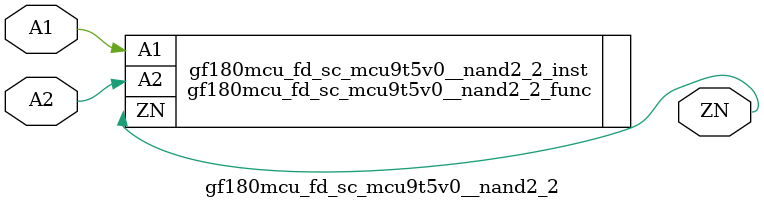
<source format=v>

module gf180mcu_fd_sc_mcu9t5v0__nand2_2( A2, ZN, A1 );
input A1, A2;
output ZN;

   `ifdef FUNCTIONAL  //  functional //

	gf180mcu_fd_sc_mcu9t5v0__nand2_2_func gf180mcu_fd_sc_mcu9t5v0__nand2_2_behav_inst(.A2(A2),.ZN(ZN),.A1(A1));

   `else

	gf180mcu_fd_sc_mcu9t5v0__nand2_2_func gf180mcu_fd_sc_mcu9t5v0__nand2_2_inst(.A2(A2),.ZN(ZN),.A1(A1));

	// spec_gates_begin


	// spec_gates_end



   specify

	// specify_block_begin

	// comb arc A1 --> ZN
	 (A1 => ZN) = (1.0,1.0);

	// comb arc A2 --> ZN
	 (A2 => ZN) = (1.0,1.0);

	// specify_block_end

   endspecify

   `endif

endmodule

</source>
